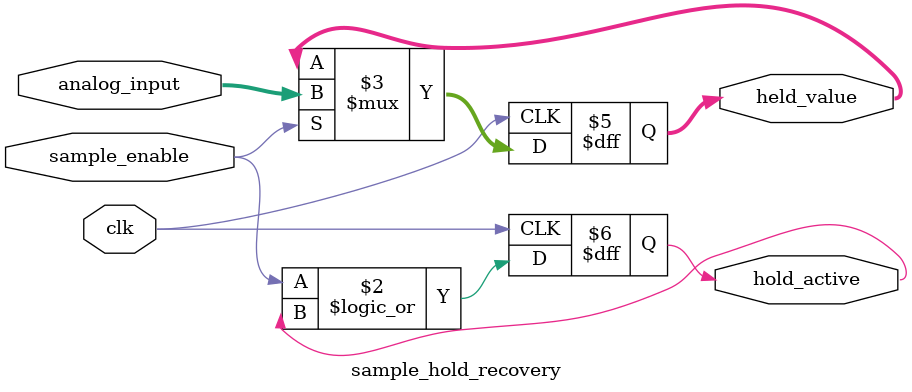
<source format=sv>
module sample_hold_recovery (
    input wire clk,
    input wire sample_enable,
    input wire [11:0] analog_input,
    output reg [11:0] held_value,
    output reg hold_active
);
    // 后向寄存器重定时优化 - 将寄存器移到组合逻辑之前
    // 保存采样使能信号的历史值
    reg sample_enable_d;
    
    // 直接使用输入信号，避免额外的寄存器延迟
    always @(posedge clk) begin
        sample_enable_d <= sample_enable;
        
        if (sample_enable) begin
            held_value <= analog_input;
        end
        
        // 更新保持状态 - 当前采样状态或继续保持
        hold_active <= sample_enable || hold_active;
    end
endmodule
</source>
